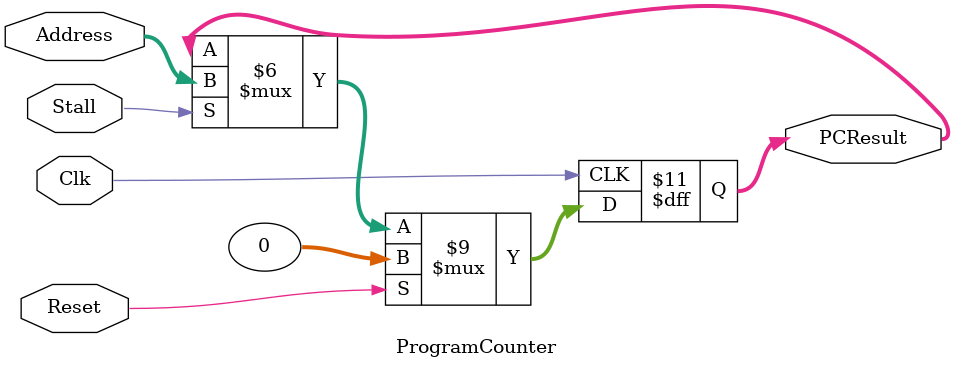
<source format=v>
`timescale 1ns / 1ps


//FUNCTIONALITY: a 32-bit register with a synchronous reset. 
//At the positive edge of the clock, if reset = 1, the 32-bit output is all 0's
//else the output is the 32-bit input

// FUNCTIONALITY (you can skip this paragraph for the first week of lab assignment):-
// Design a program counter register that holds the current address of the 
// instruction memory.  This module should be updated at the positive edge of 
// the clock. The contents of a register default to unknown values or 'X' upon 
// instantiation in your module. Hence, please add a synchronous 'Reset' 
// signal to your PC register to enable global reset of your datapath to point 
// to the first instruction in your instruction memory (i.e., the first address 
// location, 0x00000000H).
////////////////////////////////////////////////////////////////////////////////

module ProgramCounter(Address, PCResult, Stall, Reset, Clk);

	input [31:0] Address;
	input Reset, Clk, Stall;

	output reg [31:0] PCResult;

    initial 
    begin
        PCResult <= 32'h00000000;
    end

    always @(posedge Clk) 
    begin
        if(Reset==1'b1) 
        begin
            PCResult <= 32'h00000000;
        end else if (Stall == 0) begin
            PCResult <= PCResult;
        end else begin
            PCResult <= Address;
        end
    end

endmodule


</source>
